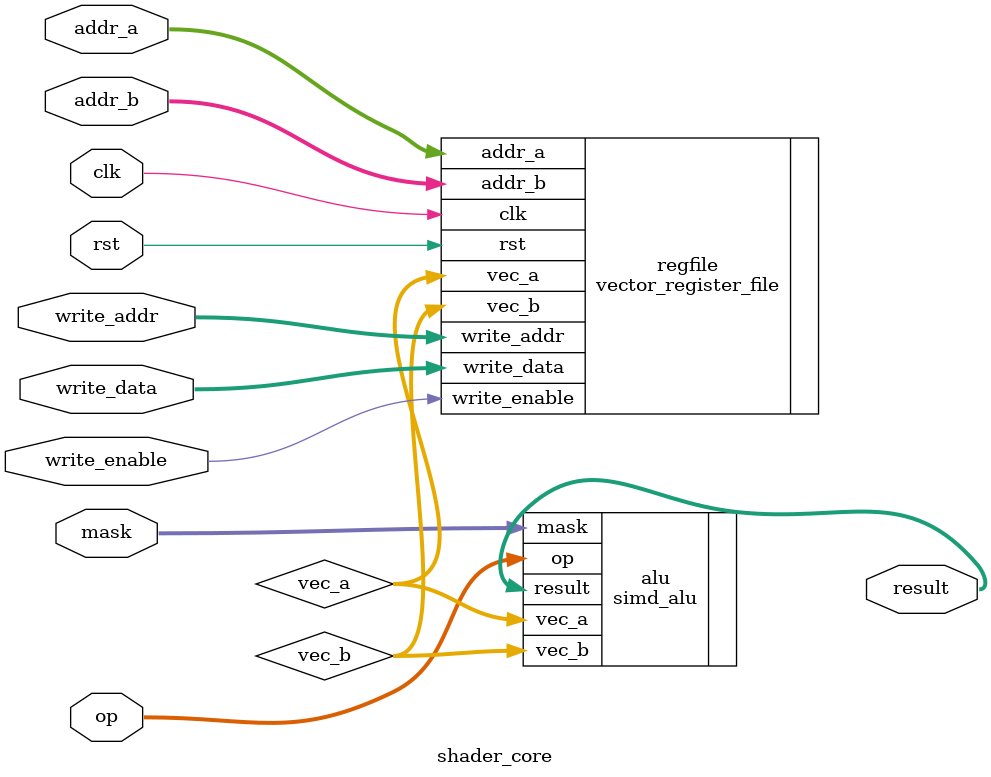
<source format=v>

module shader_core (
    input         clk,
    input         rst,
    input         write_enable,
    input  [2:0]  addr_a,
    input  [2:0]  addr_b,
    input  [2:0]  write_addr,
    input  [31:0] write_data,
    input  [1:0]  op,
    input  [3:0]  mask,
    output [31:0] result
);

   wire [31:0] vec_a;
   wire [31:0] vec_b;

   // Instantiate the vector register file
   vector_register_file regfile (
       .clk(clk),
       .rst(rst),
       .write_enable(write_enable),
       .addr_a(addr_a),
       .addr_b(addr_b),
       .write_addr(write_addr),
       .write_data(write_data),
       .vec_a(vec_a),
       .vec_b(vec_b)
   );

   // Instantiate the SIMD ALU
   simd_alu alu (
       .vec_a(vec_a),
       .vec_b(vec_b),
       .mask(mask),
       .op(op),
       .result(result)
   );
endmodule

</source>
